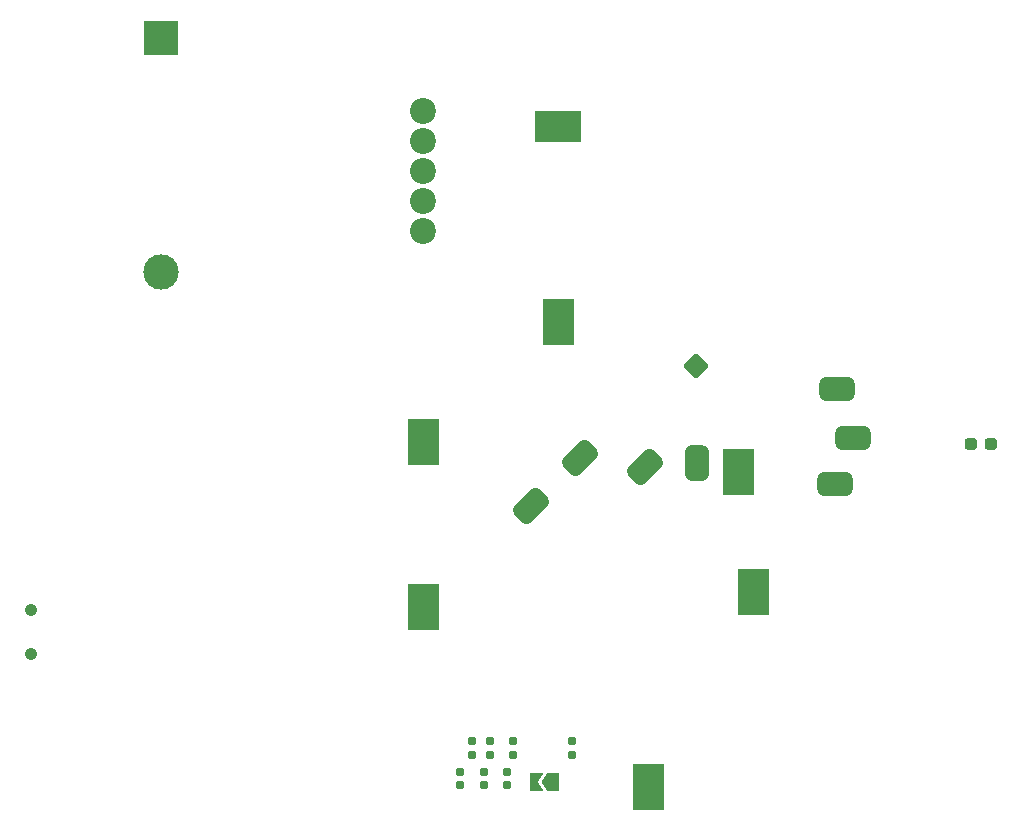
<source format=gbr>
%TF.GenerationSoftware,KiCad,Pcbnew,8.0.6-hq-2-g3d73d9976a*%
%TF.CreationDate,2024-12-23T23:06:42+08:00*%
%TF.ProjectId,DemoBoard_SensorForTemp&Rh_IntegratedWithMCU,44656d6f-426f-4617-9264-5f53656e736f,rev?*%
%TF.SameCoordinates,Original*%
%TF.FileFunction,Soldermask,Bot*%
%TF.FilePolarity,Negative*%
%FSLAX46Y46*%
G04 Gerber Fmt 4.6, Leading zero omitted, Abs format (unit mm)*
G04 Created by KiCad (PCBNEW 8.0.6-hq-2-g3d73d9976a) date 2024-12-23 23:06:42*
%MOMM*%
%LPD*%
G01*
G04 APERTURE LIST*
G04 Aperture macros list*
%AMRoundRect*
0 Rectangle with rounded corners*
0 $1 Rounding radius*
0 $2 $3 $4 $5 $6 $7 $8 $9 X,Y pos of 4 corners*
0 Add a 4 corners polygon primitive as box body*
4,1,4,$2,$3,$4,$5,$6,$7,$8,$9,$2,$3,0*
0 Add four circle primitives for the rounded corners*
1,1,$1+$1,$2,$3*
1,1,$1+$1,$4,$5*
1,1,$1+$1,$6,$7*
1,1,$1+$1,$8,$9*
0 Add four rect primitives between the rounded corners*
20,1,$1+$1,$2,$3,$4,$5,0*
20,1,$1+$1,$4,$5,$6,$7,0*
20,1,$1+$1,$6,$7,$8,$9,0*
20,1,$1+$1,$8,$9,$2,$3,0*%
%AMFreePoly0*
4,1,6,1.000000,0.000000,0.500000,-0.750000,-0.500000,-0.750000,-0.500000,0.750000,0.500000,0.750000,1.000000,0.000000,1.000000,0.000000,$1*%
%AMFreePoly1*
4,1,6,0.500000,-0.750000,-0.650000,-0.750000,-0.150000,0.000000,-0.650000,0.750000,0.500000,0.750000,0.500000,-0.750000,0.500000,-0.750000,$1*%
G04 Aperture macros list end*
%ADD10C,0.100000*%
%ADD11C,2.200000*%
%ADD12RoundRect,0.250000X-0.813173X0.000000X0.000000X-0.813173X0.813173X0.000000X0.000000X0.813173X0*%
%ADD13R,3.000000X3.000000*%
%ADD14C,3.000000*%
%ADD15C,1.050000*%
%ADD16RoundRect,0.155000X0.155000X-0.212500X0.155000X0.212500X-0.155000X0.212500X-0.155000X-0.212500X0*%
%ADD17RoundRect,0.500000X1.000000X0.500000X-1.000000X0.500000X-1.000000X-0.500000X1.000000X-0.500000X0*%
%ADD18FreePoly0,180.000000*%
%ADD19FreePoly1,180.000000*%
%ADD20RoundRect,0.500000X0.353553X1.060660X-1.060660X-0.353553X-0.353553X-1.060660X1.060660X0.353553X0*%
%ADD21RoundRect,0.237500X0.287500X0.237500X-0.287500X0.237500X-0.287500X-0.237500X0.287500X-0.237500X0*%
%ADD22RoundRect,0.500000X0.500000X-1.000000X0.500000X1.000000X-0.500000X1.000000X-0.500000X-1.000000X0*%
%ADD23RoundRect,0.500000X-1.000000X-0.500000X1.000000X-0.500000X1.000000X0.500000X-1.000000X0.500000X0*%
G04 APERTURE END LIST*
D10*
X132080000Y-133985000D02*
X134620000Y-133985000D01*
X134620000Y-137795000D01*
X132080000Y-137795000D01*
X132080000Y-133985000D01*
G36*
X132080000Y-133985000D02*
G01*
X134620000Y-133985000D01*
X134620000Y-137795000D01*
X132080000Y-137795000D01*
X132080000Y-133985000D01*
G37*
X139700000Y-107315000D02*
X142240000Y-107315000D01*
X142240000Y-111125000D01*
X139700000Y-111125000D01*
X139700000Y-107315000D01*
G36*
X139700000Y-107315000D02*
G01*
X142240000Y-107315000D01*
X142240000Y-111125000D01*
X139700000Y-111125000D01*
X139700000Y-107315000D01*
G37*
X140970000Y-117475000D02*
X143510000Y-117475000D01*
X143510000Y-121285000D01*
X140970000Y-121285000D01*
X140970000Y-117475000D01*
G36*
X140970000Y-117475000D02*
G01*
X143510000Y-117475000D01*
X143510000Y-121285000D01*
X140970000Y-121285000D01*
X140970000Y-117475000D01*
G37*
X113030000Y-104775000D02*
X115570000Y-104775000D01*
X115570000Y-108585000D01*
X113030000Y-108585000D01*
X113030000Y-104775000D01*
G36*
X113030000Y-104775000D02*
G01*
X115570000Y-104775000D01*
X115570000Y-108585000D01*
X113030000Y-108585000D01*
X113030000Y-104775000D01*
G37*
X124460000Y-94615000D02*
X127000000Y-94615000D01*
X127000000Y-98425000D01*
X124460000Y-98425000D01*
X124460000Y-94615000D01*
G36*
X124460000Y-94615000D02*
G01*
X127000000Y-94615000D01*
X127000000Y-98425000D01*
X124460000Y-98425000D01*
X124460000Y-94615000D01*
G37*
X123825000Y-78740000D02*
X127635000Y-78740000D01*
X127635000Y-81280000D01*
X123825000Y-81280000D01*
X123825000Y-78740000D01*
G36*
X123825000Y-78740000D02*
G01*
X127635000Y-78740000D01*
X127635000Y-81280000D01*
X123825000Y-81280000D01*
X123825000Y-78740000D01*
G37*
X113030000Y-118745000D02*
X115570000Y-118745000D01*
X115570000Y-122555000D01*
X113030000Y-122555000D01*
X113030000Y-118745000D01*
G36*
X113030000Y-118745000D02*
G01*
X115570000Y-118745000D01*
X115570000Y-122555000D01*
X113030000Y-122555000D01*
X113030000Y-118745000D01*
G37*
D11*
%TO.C,TP7*%
X114300000Y-81280000D03*
%TD*%
%TO.C,TP10*%
X114300000Y-86360000D03*
%TD*%
%TO.C,TP9*%
X114300000Y-88900000D03*
%TD*%
%TO.C,TP8*%
X114300000Y-83820000D03*
%TD*%
D12*
%TO.C,U4*%
X137440051Y-100330000D03*
%TD*%
D13*
%TO.C,REF\u002A\u002A*%
X92138500Y-72504300D03*
D14*
X92138500Y-92384300D03*
%TD*%
D15*
%TO.C,REF\u002A\u002A*%
X81080100Y-124734400D03*
X81080100Y-120934400D03*
%TD*%
D11*
%TO.C,TP6*%
X114300000Y-78740000D03*
%TD*%
D16*
%TO.C,C7*%
X118440000Y-133231700D03*
X118440000Y-132096700D03*
%TD*%
D17*
%TO.C,SCL*%
X149352000Y-102285800D03*
%TD*%
D18*
%TO.C,JP3*%
X125349000Y-135509000D03*
D19*
X123899000Y-135509000D03*
%TD*%
D20*
%TO.C,SDA*%
X127635000Y-108077000D03*
%TD*%
D21*
%TO.C,C3*%
X162419000Y-106944000D03*
X160669000Y-106944000D03*
%TD*%
D16*
%TO.C,C10*%
X121440000Y-135822500D03*
X121440000Y-134687500D03*
%TD*%
D20*
%TO.C,SCK*%
X123444000Y-112141000D03*
%TD*%
D16*
%TO.C,C17*%
X126940000Y-133231700D03*
X126940000Y-132096700D03*
%TD*%
D22*
%TO.C,nCS*%
X137515600Y-108559600D03*
%TD*%
D16*
%TO.C,C9*%
X119940000Y-133231700D03*
X119940000Y-132096700D03*
%TD*%
D23*
%TO.C,SDA*%
X149225000Y-110312200D03*
%TD*%
D16*
%TO.C,C8*%
X119440000Y-135822500D03*
X119440000Y-134687500D03*
%TD*%
D20*
%TO.C,BUSY*%
X133121400Y-108826300D03*
%TD*%
D17*
%TO.C,SCL*%
X150749000Y-106426000D03*
%TD*%
D16*
%TO.C,C6*%
X117440000Y-135822500D03*
X117440000Y-134687500D03*
%TD*%
%TO.C,C16*%
X121940000Y-133231700D03*
X121940000Y-132096700D03*
%TD*%
M02*

</source>
